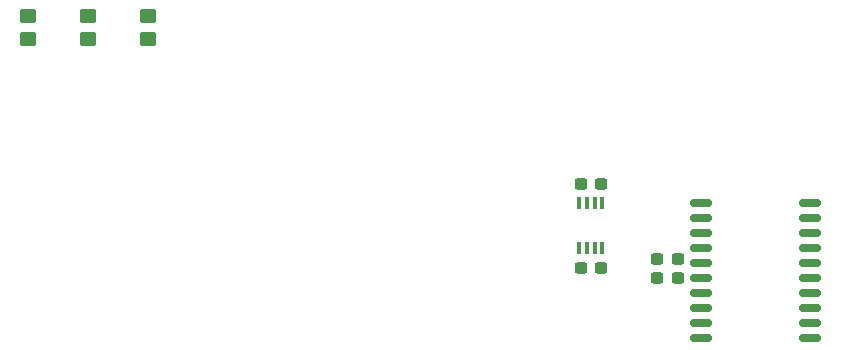
<source format=gbr>
%TF.GenerationSoftware,KiCad,Pcbnew,7.0.8*%
%TF.CreationDate,2024-01-12T01:29:44-08:00*%
%TF.ProjectId,rc_v1,72635f76-312e-46b6-9963-61645f706362,0*%
%TF.SameCoordinates,Original*%
%TF.FileFunction,Paste,Bot*%
%TF.FilePolarity,Positive*%
%FSLAX46Y46*%
G04 Gerber Fmt 4.6, Leading zero omitted, Abs format (unit mm)*
G04 Created by KiCad (PCBNEW 7.0.8) date 2024-01-12 01:29:44*
%MOMM*%
%LPD*%
G01*
G04 APERTURE LIST*
G04 Aperture macros list*
%AMRoundRect*
0 Rectangle with rounded corners*
0 $1 Rounding radius*
0 $2 $3 $4 $5 $6 $7 $8 $9 X,Y pos of 4 corners*
0 Add a 4 corners polygon primitive as box body*
4,1,4,$2,$3,$4,$5,$6,$7,$8,$9,$2,$3,0*
0 Add four circle primitives for the rounded corners*
1,1,$1+$1,$2,$3*
1,1,$1+$1,$4,$5*
1,1,$1+$1,$6,$7*
1,1,$1+$1,$8,$9*
0 Add four rect primitives between the rounded corners*
20,1,$1+$1,$2,$3,$4,$5,0*
20,1,$1+$1,$4,$5,$6,$7,0*
20,1,$1+$1,$6,$7,$8,$9,0*
20,1,$1+$1,$8,$9,$2,$3,0*%
G04 Aperture macros list end*
%ADD10RoundRect,0.237500X0.300000X0.237500X-0.300000X0.237500X-0.300000X-0.237500X0.300000X-0.237500X0*%
%ADD11RoundRect,0.100000X0.100000X0.450000X-0.100000X0.450000X-0.100000X-0.450000X0.100000X-0.450000X0*%
%ADD12RoundRect,0.150000X0.800000X0.150000X-0.800000X0.150000X-0.800000X-0.150000X0.800000X-0.150000X0*%
%ADD13RoundRect,0.250000X-0.450000X0.350000X-0.450000X-0.350000X0.450000X-0.350000X0.450000X0.350000X0*%
%ADD14RoundRect,0.237500X-0.300000X-0.237500X0.300000X-0.237500X0.300000X0.237500X-0.300000X0.237500X0*%
G04 APERTURE END LIST*
D10*
%TO.C,C4*%
X146892500Y-92634000D03*
X145167500Y-92634000D03*
%TD*%
D11*
%TO.C,U4*%
X147005000Y-98090000D03*
X146355000Y-98090000D03*
X145705000Y-98090000D03*
X145055000Y-98090000D03*
X145055000Y-94290000D03*
X145705000Y-94290000D03*
X146355000Y-94290000D03*
X147005000Y-94290000D03*
%TD*%
D12*
%TO.C,U3*%
X164600000Y-94285000D03*
X164600000Y-95555000D03*
X164600000Y-96825000D03*
X164600000Y-98095000D03*
X164600000Y-99365000D03*
X164600000Y-100635000D03*
X164600000Y-101905000D03*
X164600000Y-103175000D03*
X164600000Y-104445000D03*
X164600000Y-105715000D03*
X155400000Y-105715000D03*
X155400000Y-104445000D03*
X155400000Y-103175000D03*
X155400000Y-101905000D03*
X155400000Y-100635000D03*
X155400000Y-99365000D03*
X155400000Y-98095000D03*
X155400000Y-96825000D03*
X155400000Y-95555000D03*
X155400000Y-94285000D03*
%TD*%
D13*
%TO.C,R5*%
X98405000Y-78410000D03*
X98405000Y-80410000D03*
%TD*%
D14*
%TO.C,C3*%
X145167500Y-99746000D03*
X146892500Y-99746000D03*
%TD*%
D13*
%TO.C,R6*%
X103485000Y-78410000D03*
X103485000Y-80410000D03*
%TD*%
D10*
%TO.C,C1*%
X153396000Y-98984000D03*
X151671000Y-98984000D03*
%TD*%
D13*
%TO.C,R7*%
X108565000Y-78410000D03*
X108565000Y-80410000D03*
%TD*%
D10*
%TO.C,C2*%
X153396000Y-100635000D03*
X151671000Y-100635000D03*
%TD*%
M02*

</source>
